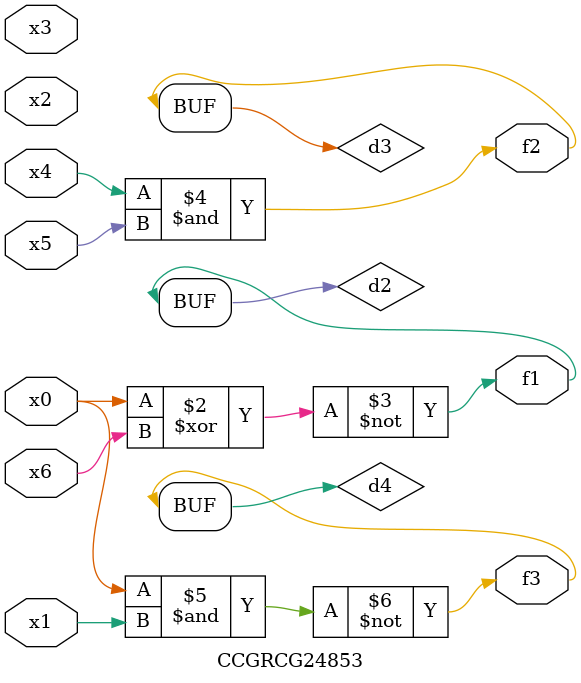
<source format=v>
module CCGRCG24853(
	input x0, x1, x2, x3, x4, x5, x6,
	output f1, f2, f3
);

	wire d1, d2, d3, d4;

	nor (d1, x0);
	xnor (d2, x0, x6);
	and (d3, x4, x5);
	nand (d4, x0, x1);
	assign f1 = d2;
	assign f2 = d3;
	assign f3 = d4;
endmodule

</source>
